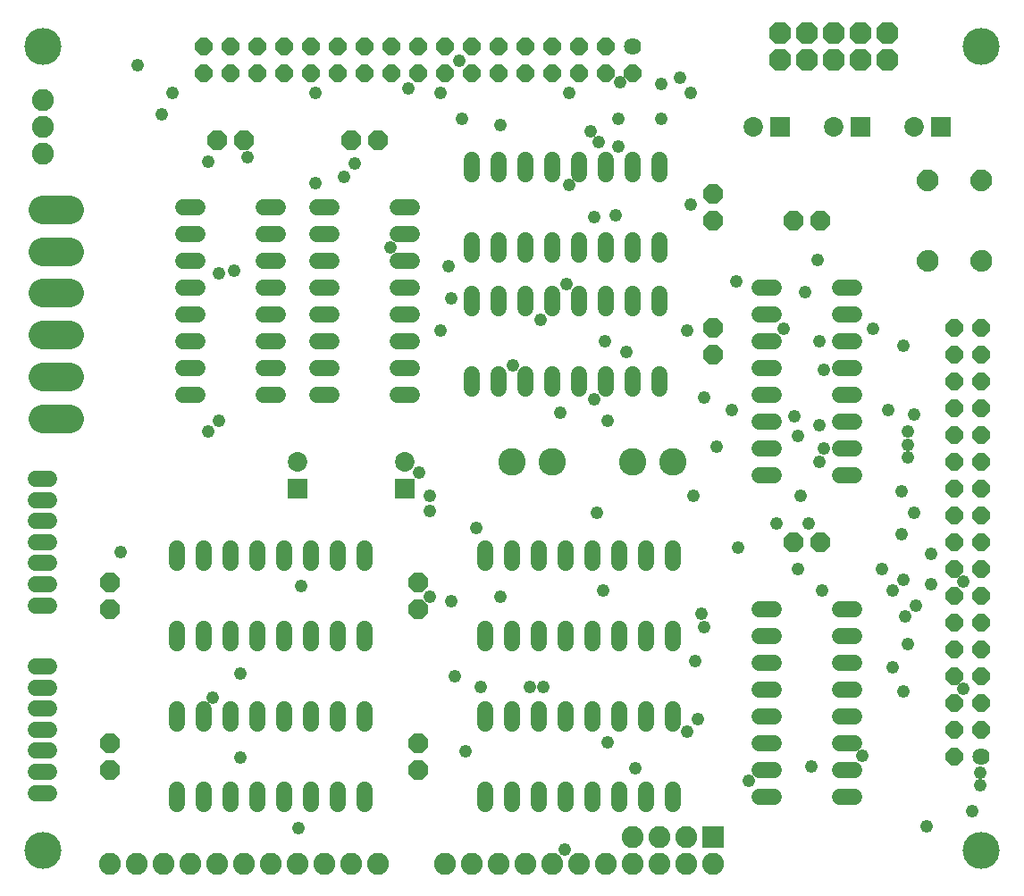
<source format=gbs>
G75*
%MOIN*%
%OFA0B0*%
%FSLAX24Y24*%
%IPPOS*%
%LPD*%
%AMOC8*
5,1,8,0,0,1.08239X$1,22.5*
%
%ADD10C,0.0600*%
%ADD11C,0.1380*%
%ADD12C,0.0640*%
%ADD13OC8,0.0640*%
%ADD14C,0.0595*%
%ADD15C,0.0820*%
%ADD16C,0.1025*%
%ADD17C,0.0050*%
%ADD18OC8,0.0710*%
%ADD19C,0.0730*%
%ADD20R,0.0730X0.0730*%
%ADD21OC8,0.0820*%
%ADD22C,0.1070*%
%ADD23R,0.0820X0.0820*%
%ADD24C,0.0480*%
D10*
X007613Y003790D02*
X007613Y004310D01*
X008613Y004310D02*
X008613Y003790D01*
X009613Y003790D02*
X009613Y004310D01*
X010613Y004310D02*
X010613Y003790D01*
X011613Y003790D02*
X011613Y004310D01*
X012613Y004310D02*
X012613Y003790D01*
X013613Y003790D02*
X013613Y004310D01*
X014613Y004310D02*
X014613Y003790D01*
X014613Y006790D02*
X014613Y007310D01*
X013613Y007310D02*
X013613Y006790D01*
X012613Y006790D02*
X012613Y007310D01*
X011613Y007310D02*
X011613Y006790D01*
X010613Y006790D02*
X010613Y007310D01*
X009613Y007310D02*
X009613Y006790D01*
X008613Y006790D02*
X008613Y007310D01*
X007613Y007310D02*
X007613Y006790D01*
X007613Y009790D02*
X007613Y010310D01*
X008613Y010310D02*
X008613Y009790D01*
X009613Y009790D02*
X009613Y010310D01*
X010613Y010310D02*
X010613Y009790D01*
X011613Y009790D02*
X011613Y010310D01*
X012613Y010310D02*
X012613Y009790D01*
X013613Y009790D02*
X013613Y010310D01*
X014613Y010310D02*
X014613Y009790D01*
X014613Y012790D02*
X014613Y013310D01*
X013613Y013310D02*
X013613Y012790D01*
X012613Y012790D02*
X012613Y013310D01*
X011613Y013310D02*
X011613Y012790D01*
X010613Y012790D02*
X010613Y013310D01*
X009613Y013310D02*
X009613Y012790D01*
X008613Y012790D02*
X008613Y013310D01*
X007613Y013310D02*
X007613Y012790D01*
X007853Y019050D02*
X008373Y019050D01*
X008373Y020050D02*
X007853Y020050D01*
X007853Y021050D02*
X008373Y021050D01*
X008373Y022050D02*
X007853Y022050D01*
X007853Y023050D02*
X008373Y023050D01*
X008373Y024050D02*
X007853Y024050D01*
X007853Y025050D02*
X008373Y025050D01*
X008373Y026050D02*
X007853Y026050D01*
X010853Y026050D02*
X011373Y026050D01*
X011373Y025050D02*
X010853Y025050D01*
X010853Y024050D02*
X011373Y024050D01*
X011373Y023050D02*
X010853Y023050D01*
X010853Y022050D02*
X011373Y022050D01*
X011373Y021050D02*
X010853Y021050D01*
X010853Y020050D02*
X011373Y020050D01*
X011373Y019050D02*
X010853Y019050D01*
X012853Y019050D02*
X013373Y019050D01*
X013373Y020050D02*
X012853Y020050D01*
X012853Y021050D02*
X013373Y021050D01*
X013373Y022050D02*
X012853Y022050D01*
X012853Y023050D02*
X013373Y023050D01*
X013373Y024050D02*
X012853Y024050D01*
X012853Y025050D02*
X013373Y025050D01*
X013373Y026050D02*
X012853Y026050D01*
X015853Y026050D02*
X016373Y026050D01*
X016373Y025050D02*
X015853Y025050D01*
X015853Y024050D02*
X016373Y024050D01*
X016373Y023050D02*
X015853Y023050D01*
X015853Y022050D02*
X016373Y022050D01*
X016373Y021050D02*
X015853Y021050D01*
X015853Y020050D02*
X016373Y020050D01*
X016373Y019050D02*
X015853Y019050D01*
X018613Y019290D02*
X018613Y019810D01*
X019613Y019810D02*
X019613Y019290D01*
X020613Y019290D02*
X020613Y019810D01*
X021613Y019810D02*
X021613Y019290D01*
X022613Y019290D02*
X022613Y019810D01*
X023613Y019810D02*
X023613Y019290D01*
X024613Y019290D02*
X024613Y019810D01*
X025613Y019810D02*
X025613Y019290D01*
X025613Y022290D02*
X025613Y022810D01*
X024613Y022810D02*
X024613Y022290D01*
X023613Y022290D02*
X023613Y022810D01*
X022613Y022810D02*
X022613Y022290D01*
X021613Y022290D02*
X021613Y022810D01*
X020613Y022810D02*
X020613Y022290D01*
X019613Y022290D02*
X019613Y022810D01*
X018613Y022810D02*
X018613Y022290D01*
X018613Y024290D02*
X018613Y024810D01*
X019613Y024810D02*
X019613Y024290D01*
X020613Y024290D02*
X020613Y024810D01*
X021613Y024810D02*
X021613Y024290D01*
X022613Y024290D02*
X022613Y024810D01*
X023613Y024810D02*
X023613Y024290D01*
X024613Y024290D02*
X024613Y024810D01*
X025613Y024810D02*
X025613Y024290D01*
X025613Y027290D02*
X025613Y027810D01*
X024613Y027810D02*
X024613Y027290D01*
X023613Y027290D02*
X023613Y027810D01*
X022613Y027810D02*
X022613Y027290D01*
X021613Y027290D02*
X021613Y027810D01*
X020613Y027810D02*
X020613Y027290D01*
X019613Y027290D02*
X019613Y027810D01*
X018613Y027810D02*
X018613Y027290D01*
X029353Y023050D02*
X029873Y023050D01*
X029873Y022050D02*
X029353Y022050D01*
X029353Y021050D02*
X029873Y021050D01*
X029873Y020050D02*
X029353Y020050D01*
X029353Y019050D02*
X029873Y019050D01*
X029873Y018050D02*
X029353Y018050D01*
X029353Y017050D02*
X029873Y017050D01*
X029873Y016050D02*
X029353Y016050D01*
X032353Y016050D02*
X032873Y016050D01*
X032873Y017050D02*
X032353Y017050D01*
X032353Y018050D02*
X032873Y018050D01*
X032873Y019050D02*
X032353Y019050D01*
X032353Y020050D02*
X032873Y020050D01*
X032873Y021050D02*
X032353Y021050D01*
X032353Y022050D02*
X032873Y022050D01*
X032873Y023050D02*
X032353Y023050D01*
X026113Y013310D02*
X026113Y012790D01*
X025113Y012790D02*
X025113Y013310D01*
X024113Y013310D02*
X024113Y012790D01*
X023113Y012790D02*
X023113Y013310D01*
X022113Y013310D02*
X022113Y012790D01*
X021113Y012790D02*
X021113Y013310D01*
X020113Y013310D02*
X020113Y012790D01*
X019113Y012790D02*
X019113Y013310D01*
X019113Y010310D02*
X019113Y009790D01*
X020113Y009790D02*
X020113Y010310D01*
X021113Y010310D02*
X021113Y009790D01*
X022113Y009790D02*
X022113Y010310D01*
X023113Y010310D02*
X023113Y009790D01*
X024113Y009790D02*
X024113Y010310D01*
X025113Y010310D02*
X025113Y009790D01*
X026113Y009790D02*
X026113Y010310D01*
X026113Y007310D02*
X026113Y006790D01*
X025113Y006790D02*
X025113Y007310D01*
X024113Y007310D02*
X024113Y006790D01*
X023113Y006790D02*
X023113Y007310D01*
X022113Y007310D02*
X022113Y006790D01*
X021113Y006790D02*
X021113Y007310D01*
X020113Y007310D02*
X020113Y006790D01*
X019113Y006790D02*
X019113Y007310D01*
X019113Y004310D02*
X019113Y003790D01*
X020113Y003790D02*
X020113Y004310D01*
X021113Y004310D02*
X021113Y003790D01*
X022113Y003790D02*
X022113Y004310D01*
X023113Y004310D02*
X023113Y003790D01*
X024113Y003790D02*
X024113Y004310D01*
X025113Y004310D02*
X025113Y003790D01*
X026113Y003790D02*
X026113Y004310D01*
X029353Y004050D02*
X029873Y004050D01*
X029873Y005050D02*
X029353Y005050D01*
X029353Y006050D02*
X029873Y006050D01*
X029873Y007050D02*
X029353Y007050D01*
X029353Y008050D02*
X029873Y008050D01*
X029873Y009050D02*
X029353Y009050D01*
X029353Y010050D02*
X029873Y010050D01*
X029873Y011050D02*
X029353Y011050D01*
X032353Y011050D02*
X032873Y011050D01*
X032873Y010050D02*
X032353Y010050D01*
X032353Y009050D02*
X032873Y009050D01*
X032873Y008050D02*
X032353Y008050D01*
X032353Y007050D02*
X032873Y007050D01*
X032873Y006050D02*
X032353Y006050D01*
X032353Y005050D02*
X032873Y005050D01*
X032873Y004050D02*
X032353Y004050D01*
D11*
X002613Y002050D03*
X002613Y032050D03*
X037613Y032050D03*
X037613Y002050D03*
D12*
X037613Y005550D03*
X024613Y032050D03*
D13*
X023613Y032050D03*
X022613Y032050D03*
X021613Y032050D03*
X020613Y032050D03*
X019613Y032050D03*
X018613Y032050D03*
X017613Y032050D03*
X016613Y032050D03*
X015613Y032050D03*
X014613Y032050D03*
X013613Y032050D03*
X012613Y032050D03*
X011613Y032050D03*
X010613Y032050D03*
X009613Y032050D03*
X008613Y032050D03*
X008613Y031050D03*
X009613Y031050D03*
X010613Y031050D03*
X011613Y031050D03*
X012613Y031050D03*
X013613Y031050D03*
X014613Y031050D03*
X015613Y031050D03*
X016613Y031050D03*
X017613Y031050D03*
X018613Y031050D03*
X019613Y031050D03*
X020613Y031050D03*
X021613Y031050D03*
X022613Y031050D03*
X023613Y031050D03*
X024613Y031050D03*
X036613Y021550D03*
X036613Y020550D03*
X036613Y019550D03*
X036613Y018550D03*
X036613Y017550D03*
X036613Y016550D03*
X036613Y015550D03*
X036613Y014550D03*
X036613Y013550D03*
X036613Y012550D03*
X036613Y011550D03*
X036613Y010550D03*
X036613Y009550D03*
X036613Y008550D03*
X036613Y007550D03*
X036613Y006550D03*
X036613Y005550D03*
X037613Y006550D03*
X037613Y007550D03*
X037613Y008550D03*
X037613Y009550D03*
X037613Y010550D03*
X037613Y011550D03*
X037613Y012550D03*
X037613Y013550D03*
X037613Y014550D03*
X037613Y015550D03*
X037613Y016550D03*
X037613Y017550D03*
X037613Y018550D03*
X037613Y019550D03*
X037613Y020550D03*
X037613Y021550D03*
D14*
X002852Y015912D02*
X002337Y015912D01*
X002337Y015125D02*
X002852Y015125D01*
X002852Y014337D02*
X002337Y014337D01*
X002337Y013550D02*
X002852Y013550D01*
X002852Y012763D02*
X002337Y012763D01*
X002337Y011975D02*
X002852Y011975D01*
X002852Y011188D02*
X002337Y011188D01*
X002337Y008912D02*
X002852Y008912D01*
X002852Y008125D02*
X002337Y008125D01*
X002337Y007337D02*
X002852Y007337D01*
X002852Y006550D02*
X002337Y006550D01*
X002337Y005763D02*
X002852Y005763D01*
X002852Y004975D02*
X002337Y004975D01*
X002337Y004188D02*
X002852Y004188D01*
D15*
X005113Y001550D03*
X006113Y001550D03*
X007113Y001550D03*
X008113Y001550D03*
X009113Y001550D03*
X010113Y001550D03*
X011113Y001550D03*
X012113Y001550D03*
X013113Y001550D03*
X014113Y001550D03*
X015113Y001550D03*
X017613Y001550D03*
X018613Y001550D03*
X019613Y001550D03*
X020613Y001550D03*
X021613Y001550D03*
X022613Y001550D03*
X023613Y001550D03*
X024613Y001550D03*
X024613Y002550D03*
X025613Y002550D03*
X025613Y001550D03*
X026613Y001550D03*
X027613Y001550D03*
X026613Y002550D03*
X002613Y028050D03*
X002613Y029050D03*
X002613Y030050D03*
D16*
X020113Y016550D03*
X021613Y016550D03*
X024613Y016550D03*
X026113Y016550D03*
D17*
X035301Y023840D02*
X035268Y023904D01*
X035248Y023974D01*
X035241Y024046D01*
X035247Y024118D01*
X035268Y024188D01*
X035301Y024253D01*
X035346Y024310D01*
X035402Y024357D01*
X035466Y024392D01*
X035535Y024414D01*
X035607Y024422D01*
X035673Y024417D01*
X035737Y024401D01*
X035798Y024373D01*
X035852Y024336D01*
X035900Y024290D01*
X035938Y024236D01*
X035967Y024177D01*
X035985Y024113D01*
X035991Y024047D01*
X035985Y023981D01*
X035967Y023918D01*
X035938Y023858D01*
X035899Y023804D01*
X035852Y023758D01*
X035797Y023721D01*
X035736Y023694D01*
X035672Y023678D01*
X035606Y023673D01*
X035534Y023681D01*
X035465Y023703D01*
X035402Y023737D01*
X035347Y023784D01*
X035301Y023840D01*
X035309Y023830D02*
X035918Y023830D01*
X035948Y023879D02*
X035281Y023879D01*
X035261Y023927D02*
X035969Y023927D01*
X035983Y023976D02*
X035247Y023976D01*
X035243Y024024D02*
X035989Y024024D01*
X035989Y024073D02*
X035244Y024073D01*
X035248Y024121D02*
X035982Y024121D01*
X035969Y024170D02*
X035262Y024170D01*
X035283Y024218D02*
X035947Y024218D01*
X035916Y024267D02*
X035312Y024267D01*
X035353Y024315D02*
X035874Y024315D01*
X035812Y024364D02*
X035415Y024364D01*
X035530Y024412D02*
X035692Y024412D01*
X035876Y023782D02*
X035349Y023782D01*
X035410Y023733D02*
X035815Y023733D01*
X035699Y023685D02*
X035522Y023685D01*
X037248Y023974D02*
X037241Y024046D01*
X037247Y024118D01*
X037268Y024188D01*
X037301Y024253D01*
X037346Y024310D01*
X037402Y024357D01*
X037466Y024392D01*
X037535Y024414D01*
X037607Y024422D01*
X037673Y024417D01*
X037737Y024401D01*
X037798Y024373D01*
X037852Y024336D01*
X037900Y024290D01*
X037938Y024236D01*
X037967Y024177D01*
X037985Y024113D01*
X037991Y024047D01*
X037985Y023981D01*
X037967Y023918D01*
X037938Y023858D01*
X037899Y023804D01*
X037852Y023758D01*
X037797Y023721D01*
X037736Y023694D01*
X037672Y023678D01*
X037606Y023673D01*
X037534Y023681D01*
X037465Y023703D01*
X037402Y023737D01*
X037347Y023784D01*
X037301Y023840D01*
X037268Y023904D01*
X037248Y023974D01*
X037247Y023976D02*
X037983Y023976D01*
X037989Y024024D02*
X037243Y024024D01*
X037244Y024073D02*
X037989Y024073D01*
X037982Y024121D02*
X037248Y024121D01*
X037262Y024170D02*
X037969Y024170D01*
X037947Y024218D02*
X037283Y024218D01*
X037312Y024267D02*
X037916Y024267D01*
X037874Y024315D02*
X037353Y024315D01*
X037415Y024364D02*
X037812Y024364D01*
X037692Y024412D02*
X037530Y024412D01*
X037261Y023927D02*
X037969Y023927D01*
X037948Y023879D02*
X037281Y023879D01*
X037309Y023830D02*
X037918Y023830D01*
X037876Y023782D02*
X037349Y023782D01*
X037410Y023733D02*
X037815Y023733D01*
X037699Y023685D02*
X037522Y023685D01*
X037603Y026676D02*
X037531Y026684D01*
X037462Y026706D01*
X037399Y026740D01*
X037344Y026787D01*
X037298Y026843D01*
X037265Y026907D01*
X037245Y026977D01*
X037238Y027049D01*
X037244Y027121D01*
X037265Y027191D01*
X037298Y027256D01*
X037343Y027313D01*
X037399Y027360D01*
X037463Y027395D01*
X037532Y027417D01*
X037604Y027425D01*
X037670Y027420D01*
X037734Y027404D01*
X037795Y027376D01*
X037849Y027339D01*
X037897Y027293D01*
X037935Y027239D01*
X037964Y027180D01*
X037982Y027116D01*
X037988Y027050D01*
X037982Y026984D01*
X037964Y026921D01*
X037935Y026861D01*
X037896Y026807D01*
X037849Y026761D01*
X037794Y026724D01*
X037733Y026697D01*
X037669Y026681D01*
X037603Y026676D01*
X037507Y026692D02*
X037712Y026692D01*
X037817Y026740D02*
X037399Y026740D01*
X037342Y026789D02*
X037877Y026789D01*
X037918Y026837D02*
X037303Y026837D01*
X037276Y026886D02*
X037947Y026886D01*
X037967Y026934D02*
X037257Y026934D01*
X037244Y026983D02*
X037981Y026983D01*
X037986Y027031D02*
X037240Y027031D01*
X037241Y027080D02*
X037985Y027080D01*
X037978Y027128D02*
X037246Y027128D01*
X037260Y027177D02*
X037965Y027177D01*
X037942Y027225D02*
X037282Y027225D01*
X037312Y027274D02*
X037911Y027274D01*
X037867Y027322D02*
X037355Y027322D01*
X037419Y027371D02*
X037803Y027371D01*
X037674Y027419D02*
X037552Y027419D01*
X035982Y027116D02*
X035988Y027050D01*
X035982Y026984D01*
X035964Y026921D01*
X035935Y026861D01*
X035896Y026807D01*
X035849Y026761D01*
X035794Y026724D01*
X035733Y026697D01*
X035669Y026681D01*
X035603Y026676D01*
X035531Y026684D01*
X035462Y026706D01*
X035399Y026740D01*
X035344Y026787D01*
X035298Y026843D01*
X035265Y026907D01*
X035245Y026977D01*
X035238Y027049D01*
X035244Y027121D01*
X035265Y027191D01*
X035298Y027256D01*
X035343Y027313D01*
X035399Y027360D01*
X035463Y027395D01*
X035532Y027417D01*
X035604Y027425D01*
X035670Y027420D01*
X035734Y027404D01*
X035795Y027376D01*
X035849Y027339D01*
X035897Y027293D01*
X035935Y027239D01*
X035964Y027180D01*
X035982Y027116D01*
X035978Y027128D02*
X035246Y027128D01*
X035241Y027080D02*
X035985Y027080D01*
X035986Y027031D02*
X035240Y027031D01*
X035244Y026983D02*
X035981Y026983D01*
X035967Y026934D02*
X035257Y026934D01*
X035276Y026886D02*
X035947Y026886D01*
X035918Y026837D02*
X035303Y026837D01*
X035342Y026789D02*
X035877Y026789D01*
X035817Y026740D02*
X035399Y026740D01*
X035507Y026692D02*
X035712Y026692D01*
X035965Y027177D02*
X035260Y027177D01*
X035282Y027225D02*
X035942Y027225D01*
X035911Y027274D02*
X035312Y027274D01*
X035355Y027322D02*
X035867Y027322D01*
X035803Y027371D02*
X035419Y027371D01*
X035552Y027419D02*
X035674Y027419D01*
D18*
X031613Y025550D03*
X030613Y025550D03*
X027613Y025550D03*
X027613Y026550D03*
X027613Y021550D03*
X027613Y020550D03*
X030613Y013550D03*
X031613Y013550D03*
X016613Y012050D03*
X016613Y011050D03*
X016613Y006050D03*
X016613Y005050D03*
X005113Y005050D03*
X005113Y006050D03*
X005113Y011050D03*
X005113Y012050D03*
X009113Y028550D03*
X010113Y028550D03*
X014113Y028550D03*
X015113Y028550D03*
D19*
X016113Y016550D03*
X012113Y016550D03*
X029113Y029050D03*
X032113Y029050D03*
X035113Y029050D03*
D20*
X036113Y029050D03*
X033113Y029050D03*
X030113Y029050D03*
X016113Y015550D03*
X012113Y015550D03*
D21*
X030113Y031550D03*
X031113Y031550D03*
X031113Y032550D03*
X030113Y032550D03*
X032113Y032550D03*
X033113Y032550D03*
X033113Y031550D03*
X032113Y031550D03*
X034113Y031550D03*
X034113Y032550D03*
D22*
X003608Y025950D02*
X002618Y025950D01*
X002618Y024390D02*
X003608Y024390D01*
X003608Y022830D02*
X002618Y022830D01*
X002618Y021270D02*
X003608Y021270D01*
X003608Y019710D02*
X002618Y019710D01*
X002618Y018150D02*
X003608Y018150D01*
D23*
X027613Y002550D03*
D24*
X028953Y004630D03*
X031273Y005190D03*
X033193Y005590D03*
X034713Y007990D03*
X034313Y008870D03*
X034873Y009750D03*
X034793Y010790D03*
X035193Y011190D03*
X035753Y011990D03*
X034713Y012150D03*
X034313Y011750D03*
X033913Y012550D03*
X034633Y013830D03*
X035113Y014630D03*
X034633Y015430D03*
X034873Y016710D03*
X034873Y017190D03*
X034873Y017670D03*
X035113Y018310D03*
X034153Y018470D03*
X031753Y017030D03*
X031593Y016550D03*
X030793Y017510D03*
X030633Y018230D03*
X031593Y017910D03*
X031753Y019990D03*
X031593Y021030D03*
X030233Y021510D03*
X031033Y022870D03*
X031513Y024070D03*
X028473Y023270D03*
X026633Y021430D03*
X024393Y020630D03*
X023593Y021030D03*
X023193Y018870D03*
X023673Y018070D03*
X021913Y018390D03*
X020153Y020150D03*
X021193Y021830D03*
X022153Y023190D03*
X023193Y025670D03*
X023993Y025750D03*
X022233Y026870D03*
X023353Y028470D03*
X023033Y028870D03*
X024073Y029350D03*
X024073Y028310D03*
X025673Y029350D03*
X026793Y030310D03*
X026393Y030870D03*
X025673Y030630D03*
X024153Y030710D03*
X022233Y030310D03*
X019673Y029110D03*
X018233Y029350D03*
X017433Y030310D03*
X016233Y030470D03*
X018153Y031510D03*
X014233Y027670D03*
X013833Y027190D03*
X012793Y026950D03*
X010233Y027910D03*
X008793Y027750D03*
X007033Y029510D03*
X007433Y030310D03*
X006153Y031350D03*
X012793Y030310D03*
X015593Y024550D03*
X017753Y023830D03*
X017833Y022630D03*
X017433Y021430D03*
X016633Y016150D03*
X017033Y015270D03*
X017033Y014710D03*
X018793Y014070D03*
X019673Y011510D03*
X017833Y011350D03*
X017033Y011510D03*
X017993Y008550D03*
X018953Y008150D03*
X020793Y008150D03*
X021273Y008150D03*
X023673Y006070D03*
X024713Y005110D03*
X026633Y006470D03*
X027033Y006950D03*
X026953Y009110D03*
X027273Y010390D03*
X027193Y010870D03*
X028553Y013350D03*
X029993Y014230D03*
X031193Y014230D03*
X030873Y015270D03*
X027753Y017110D03*
X028313Y018470D03*
X027273Y018950D03*
X026873Y015270D03*
X023273Y014630D03*
X023513Y011750D03*
X018393Y005750D03*
X022073Y002070D03*
X012153Y002870D03*
X009993Y005510D03*
X008953Y007750D03*
X009993Y008630D03*
X012233Y011910D03*
X008793Y017670D03*
X009193Y018070D03*
X005513Y013190D03*
X009193Y023590D03*
X009753Y023670D03*
X026793Y026150D03*
X033593Y021510D03*
X034713Y020870D03*
X035753Y013110D03*
X036953Y012070D03*
X036953Y008070D03*
X037593Y004950D03*
X037593Y004470D03*
X037273Y003510D03*
X035593Y002950D03*
X031673Y011750D03*
X030793Y012550D03*
M02*

</source>
